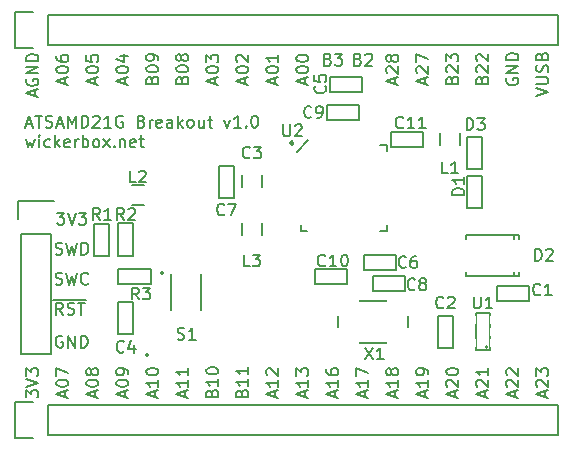
<source format=gto>
%TF.GenerationSoftware,KiCad,Pcbnew,4.0.5-e0-6337~49~ubuntu16.04.1*%
%TF.CreationDate,2017-08-14T14:58:42-07:00*%
%TF.ProjectId,atsamd21g18-breakout,617473616D6432316731382D62726561,1.0*%
%TF.FileFunction,Legend,Top*%
%FSLAX46Y46*%
G04 Gerber Fmt 4.6, Leading zero omitted, Abs format (unit mm)*
G04 Created by KiCad (PCBNEW 4.0.5-e0-6337~49~ubuntu16.04.1) date Mon Aug 14 14:58:42 2017*
%MOMM*%
%LPD*%
G01*
G04 APERTURE LIST*
%ADD10C,0.350000*%
%ADD11C,0.152400*%
%ADD12C,0.150000*%
%ADD13C,0.200000*%
%ADD14R,1.502400X0.552400*%
%ADD15R,1.552400X1.752400*%
%ADD16C,1.352400*%
%ADD17R,2.052400X2.052400*%
%ADD18R,0.952400X0.902400*%
%ADD19R,0.902400X0.952400*%
%ADD20R,1.402400X1.152400*%
%ADD21R,2.651760X1.953260*%
%ADD22R,1.152400X1.402400*%
%ADD23R,1.852400X0.952400*%
%ADD24R,1.452400X0.402400*%
%ADD25R,0.402400X1.452400*%
%ADD26R,2.057400X1.549400*%
%ADD27R,1.152400X0.752400*%
%ADD28R,1.879600X2.184400*%
%ADD29O,1.879600X2.184400*%
%ADD30R,2.184400X1.879600*%
%ADD31O,2.184400X1.879600*%
G04 APERTURE END LIST*
D10*
D11*
X24576314Y-55524400D02*
X24479552Y-55476019D01*
X24334409Y-55476019D01*
X24189267Y-55524400D01*
X24092505Y-55621162D01*
X24044124Y-55717924D01*
X23995743Y-55911448D01*
X23995743Y-56056590D01*
X24044124Y-56250114D01*
X24092505Y-56346876D01*
X24189267Y-56443638D01*
X24334409Y-56492019D01*
X24431171Y-56492019D01*
X24576314Y-56443638D01*
X24624695Y-56395257D01*
X24624695Y-56056590D01*
X24431171Y-56056590D01*
X25060124Y-56492019D02*
X25060124Y-55476019D01*
X25640695Y-56492019D01*
X25640695Y-55476019D01*
X26124505Y-56492019D02*
X26124505Y-55476019D01*
X26366410Y-55476019D01*
X26511552Y-55524400D01*
X26608314Y-55621162D01*
X26656695Y-55717924D01*
X26705076Y-55911448D01*
X26705076Y-56056590D01*
X26656695Y-56250114D01*
X26608314Y-56346876D01*
X26511552Y-56443638D01*
X26366410Y-56492019D01*
X26124505Y-56492019D01*
X24624695Y-53698019D02*
X24286029Y-53214210D01*
X24044124Y-53698019D02*
X24044124Y-52682019D01*
X24431171Y-52682019D01*
X24527933Y-52730400D01*
X24576314Y-52778781D01*
X24624695Y-52875543D01*
X24624695Y-53020686D01*
X24576314Y-53117448D01*
X24527933Y-53165829D01*
X24431171Y-53214210D01*
X24044124Y-53214210D01*
X25011743Y-53649638D02*
X25156886Y-53698019D01*
X25398790Y-53698019D01*
X25495552Y-53649638D01*
X25543933Y-53601257D01*
X25592314Y-53504495D01*
X25592314Y-53407733D01*
X25543933Y-53310971D01*
X25495552Y-53262590D01*
X25398790Y-53214210D01*
X25205267Y-53165829D01*
X25108505Y-53117448D01*
X25060124Y-53069067D01*
X25011743Y-52972305D01*
X25011743Y-52875543D01*
X25060124Y-52778781D01*
X25108505Y-52730400D01*
X25205267Y-52682019D01*
X25447171Y-52682019D01*
X25592314Y-52730400D01*
X25882600Y-52682019D02*
X26463171Y-52682019D01*
X26172886Y-53698019D02*
X26172886Y-52682019D01*
X23802219Y-52506880D02*
X26559933Y-52506880D01*
X23995743Y-51109638D02*
X24140886Y-51158019D01*
X24382790Y-51158019D01*
X24479552Y-51109638D01*
X24527933Y-51061257D01*
X24576314Y-50964495D01*
X24576314Y-50867733D01*
X24527933Y-50770971D01*
X24479552Y-50722590D01*
X24382790Y-50674210D01*
X24189267Y-50625829D01*
X24092505Y-50577448D01*
X24044124Y-50529067D01*
X23995743Y-50432305D01*
X23995743Y-50335543D01*
X24044124Y-50238781D01*
X24092505Y-50190400D01*
X24189267Y-50142019D01*
X24431171Y-50142019D01*
X24576314Y-50190400D01*
X24914981Y-50142019D02*
X25156886Y-51158019D01*
X25350409Y-50432305D01*
X25543933Y-51158019D01*
X25785838Y-50142019D01*
X26753457Y-51061257D02*
X26705076Y-51109638D01*
X26559933Y-51158019D01*
X26463171Y-51158019D01*
X26318029Y-51109638D01*
X26221267Y-51012876D01*
X26172886Y-50916114D01*
X26124505Y-50722590D01*
X26124505Y-50577448D01*
X26172886Y-50383924D01*
X26221267Y-50287162D01*
X26318029Y-50190400D01*
X26463171Y-50142019D01*
X26559933Y-50142019D01*
X26705076Y-50190400D01*
X26753457Y-50238781D01*
X23995743Y-48569638D02*
X24140886Y-48618019D01*
X24382790Y-48618019D01*
X24479552Y-48569638D01*
X24527933Y-48521257D01*
X24576314Y-48424495D01*
X24576314Y-48327733D01*
X24527933Y-48230971D01*
X24479552Y-48182590D01*
X24382790Y-48134210D01*
X24189267Y-48085829D01*
X24092505Y-48037448D01*
X24044124Y-47989067D01*
X23995743Y-47892305D01*
X23995743Y-47795543D01*
X24044124Y-47698781D01*
X24092505Y-47650400D01*
X24189267Y-47602019D01*
X24431171Y-47602019D01*
X24576314Y-47650400D01*
X24914981Y-47602019D02*
X25156886Y-48618019D01*
X25350409Y-47892305D01*
X25543933Y-48618019D01*
X25785838Y-47602019D01*
X26172886Y-48618019D02*
X26172886Y-47602019D01*
X26414791Y-47602019D01*
X26559933Y-47650400D01*
X26656695Y-47747162D01*
X26705076Y-47843924D01*
X26753457Y-48037448D01*
X26753457Y-48182590D01*
X26705076Y-48376114D01*
X26656695Y-48472876D01*
X26559933Y-48569638D01*
X26414791Y-48618019D01*
X26172886Y-48618019D01*
X24116696Y-45062019D02*
X24745648Y-45062019D01*
X24406982Y-45449067D01*
X24552124Y-45449067D01*
X24648886Y-45497448D01*
X24697267Y-45545829D01*
X24745648Y-45642590D01*
X24745648Y-45884495D01*
X24697267Y-45981257D01*
X24648886Y-46029638D01*
X24552124Y-46078019D01*
X24261839Y-46078019D01*
X24165077Y-46029638D01*
X24116696Y-45981257D01*
X25035934Y-45062019D02*
X25374601Y-46078019D01*
X25713267Y-45062019D01*
X25955172Y-45062019D02*
X26584124Y-45062019D01*
X26245458Y-45449067D01*
X26390600Y-45449067D01*
X26487362Y-45497448D01*
X26535743Y-45545829D01*
X26584124Y-45642590D01*
X26584124Y-45884495D01*
X26535743Y-45981257D01*
X26487362Y-46029638D01*
X26390600Y-46078019D01*
X26100315Y-46078019D01*
X26003553Y-46029638D01*
X25955172Y-45981257D01*
X65421933Y-60670923D02*
X65421933Y-60187114D01*
X65712219Y-60767685D02*
X64696219Y-60429018D01*
X65712219Y-60090352D01*
X64792981Y-59800066D02*
X64744600Y-59751685D01*
X64696219Y-59654923D01*
X64696219Y-59413019D01*
X64744600Y-59316257D01*
X64792981Y-59267876D01*
X64889743Y-59219495D01*
X64986505Y-59219495D01*
X65131648Y-59267876D01*
X65712219Y-59848447D01*
X65712219Y-59219495D01*
X64696219Y-58880828D02*
X64696219Y-58251876D01*
X65083267Y-58590542D01*
X65083267Y-58445400D01*
X65131648Y-58348638D01*
X65180029Y-58300257D01*
X65276790Y-58251876D01*
X65518695Y-58251876D01*
X65615457Y-58300257D01*
X65663838Y-58348638D01*
X65712219Y-58445400D01*
X65712219Y-58735685D01*
X65663838Y-58832447D01*
X65615457Y-58880828D01*
X62881933Y-60670923D02*
X62881933Y-60187114D01*
X63172219Y-60767685D02*
X62156219Y-60429018D01*
X63172219Y-60090352D01*
X62252981Y-59800066D02*
X62204600Y-59751685D01*
X62156219Y-59654923D01*
X62156219Y-59413019D01*
X62204600Y-59316257D01*
X62252981Y-59267876D01*
X62349743Y-59219495D01*
X62446505Y-59219495D01*
X62591648Y-59267876D01*
X63172219Y-59848447D01*
X63172219Y-59219495D01*
X62252981Y-58832447D02*
X62204600Y-58784066D01*
X62156219Y-58687304D01*
X62156219Y-58445400D01*
X62204600Y-58348638D01*
X62252981Y-58300257D01*
X62349743Y-58251876D01*
X62446505Y-58251876D01*
X62591648Y-58300257D01*
X63172219Y-58880828D01*
X63172219Y-58251876D01*
X60341933Y-60670923D02*
X60341933Y-60187114D01*
X60632219Y-60767685D02*
X59616219Y-60429018D01*
X60632219Y-60090352D01*
X59712981Y-59800066D02*
X59664600Y-59751685D01*
X59616219Y-59654923D01*
X59616219Y-59413019D01*
X59664600Y-59316257D01*
X59712981Y-59267876D01*
X59809743Y-59219495D01*
X59906505Y-59219495D01*
X60051648Y-59267876D01*
X60632219Y-59848447D01*
X60632219Y-59219495D01*
X60632219Y-58251876D02*
X60632219Y-58832447D01*
X60632219Y-58542161D02*
X59616219Y-58542161D01*
X59761362Y-58638923D01*
X59858124Y-58735685D01*
X59906505Y-58832447D01*
X57801933Y-60670923D02*
X57801933Y-60187114D01*
X58092219Y-60767685D02*
X57076219Y-60429018D01*
X58092219Y-60090352D01*
X57172981Y-59800066D02*
X57124600Y-59751685D01*
X57076219Y-59654923D01*
X57076219Y-59413019D01*
X57124600Y-59316257D01*
X57172981Y-59267876D01*
X57269743Y-59219495D01*
X57366505Y-59219495D01*
X57511648Y-59267876D01*
X58092219Y-59848447D01*
X58092219Y-59219495D01*
X57076219Y-58590542D02*
X57076219Y-58493781D01*
X57124600Y-58397019D01*
X57172981Y-58348638D01*
X57269743Y-58300257D01*
X57463267Y-58251876D01*
X57705171Y-58251876D01*
X57898695Y-58300257D01*
X57995457Y-58348638D01*
X58043838Y-58397019D01*
X58092219Y-58493781D01*
X58092219Y-58590542D01*
X58043838Y-58687304D01*
X57995457Y-58735685D01*
X57898695Y-58784066D01*
X57705171Y-58832447D01*
X57463267Y-58832447D01*
X57269743Y-58784066D01*
X57172981Y-58735685D01*
X57124600Y-58687304D01*
X57076219Y-58590542D01*
X55261933Y-60670923D02*
X55261933Y-60187114D01*
X55552219Y-60767685D02*
X54536219Y-60429018D01*
X55552219Y-60090352D01*
X55552219Y-59219495D02*
X55552219Y-59800066D01*
X55552219Y-59509780D02*
X54536219Y-59509780D01*
X54681362Y-59606542D01*
X54778124Y-59703304D01*
X54826505Y-59800066D01*
X55552219Y-58735685D02*
X55552219Y-58542161D01*
X55503838Y-58445400D01*
X55455457Y-58397019D01*
X55310314Y-58300257D01*
X55116790Y-58251876D01*
X54729743Y-58251876D01*
X54632981Y-58300257D01*
X54584600Y-58348638D01*
X54536219Y-58445400D01*
X54536219Y-58638923D01*
X54584600Y-58735685D01*
X54632981Y-58784066D01*
X54729743Y-58832447D01*
X54971648Y-58832447D01*
X55068410Y-58784066D01*
X55116790Y-58735685D01*
X55165171Y-58638923D01*
X55165171Y-58445400D01*
X55116790Y-58348638D01*
X55068410Y-58300257D01*
X54971648Y-58251876D01*
X52721933Y-60670923D02*
X52721933Y-60187114D01*
X53012219Y-60767685D02*
X51996219Y-60429018D01*
X53012219Y-60090352D01*
X53012219Y-59219495D02*
X53012219Y-59800066D01*
X53012219Y-59509780D02*
X51996219Y-59509780D01*
X52141362Y-59606542D01*
X52238124Y-59703304D01*
X52286505Y-59800066D01*
X52431648Y-58638923D02*
X52383267Y-58735685D01*
X52334886Y-58784066D01*
X52238124Y-58832447D01*
X52189743Y-58832447D01*
X52092981Y-58784066D01*
X52044600Y-58735685D01*
X51996219Y-58638923D01*
X51996219Y-58445400D01*
X52044600Y-58348638D01*
X52092981Y-58300257D01*
X52189743Y-58251876D01*
X52238124Y-58251876D01*
X52334886Y-58300257D01*
X52383267Y-58348638D01*
X52431648Y-58445400D01*
X52431648Y-58638923D01*
X52480029Y-58735685D01*
X52528410Y-58784066D01*
X52625171Y-58832447D01*
X52818695Y-58832447D01*
X52915457Y-58784066D01*
X52963838Y-58735685D01*
X53012219Y-58638923D01*
X53012219Y-58445400D01*
X52963838Y-58348638D01*
X52915457Y-58300257D01*
X52818695Y-58251876D01*
X52625171Y-58251876D01*
X52528410Y-58300257D01*
X52480029Y-58348638D01*
X52431648Y-58445400D01*
X50181933Y-60670923D02*
X50181933Y-60187114D01*
X50472219Y-60767685D02*
X49456219Y-60429018D01*
X50472219Y-60090352D01*
X50472219Y-59219495D02*
X50472219Y-59800066D01*
X50472219Y-59509780D02*
X49456219Y-59509780D01*
X49601362Y-59606542D01*
X49698124Y-59703304D01*
X49746505Y-59800066D01*
X49456219Y-58880828D02*
X49456219Y-58203495D01*
X50472219Y-58638923D01*
X47641933Y-60670923D02*
X47641933Y-60187114D01*
X47932219Y-60767685D02*
X46916219Y-60429018D01*
X47932219Y-60090352D01*
X47932219Y-59219495D02*
X47932219Y-59800066D01*
X47932219Y-59509780D02*
X46916219Y-59509780D01*
X47061362Y-59606542D01*
X47158124Y-59703304D01*
X47206505Y-59800066D01*
X46916219Y-58348638D02*
X46916219Y-58542161D01*
X46964600Y-58638923D01*
X47012981Y-58687304D01*
X47158124Y-58784066D01*
X47351648Y-58832447D01*
X47738695Y-58832447D01*
X47835457Y-58784066D01*
X47883838Y-58735685D01*
X47932219Y-58638923D01*
X47932219Y-58445400D01*
X47883838Y-58348638D01*
X47835457Y-58300257D01*
X47738695Y-58251876D01*
X47496790Y-58251876D01*
X47400029Y-58300257D01*
X47351648Y-58348638D01*
X47303267Y-58445400D01*
X47303267Y-58638923D01*
X47351648Y-58735685D01*
X47400029Y-58784066D01*
X47496790Y-58832447D01*
X45101933Y-60670923D02*
X45101933Y-60187114D01*
X45392219Y-60767685D02*
X44376219Y-60429018D01*
X45392219Y-60090352D01*
X45392219Y-59219495D02*
X45392219Y-59800066D01*
X45392219Y-59509780D02*
X44376219Y-59509780D01*
X44521362Y-59606542D01*
X44618124Y-59703304D01*
X44666505Y-59800066D01*
X44376219Y-58880828D02*
X44376219Y-58251876D01*
X44763267Y-58590542D01*
X44763267Y-58445400D01*
X44811648Y-58348638D01*
X44860029Y-58300257D01*
X44956790Y-58251876D01*
X45198695Y-58251876D01*
X45295457Y-58300257D01*
X45343838Y-58348638D01*
X45392219Y-58445400D01*
X45392219Y-58735685D01*
X45343838Y-58832447D01*
X45295457Y-58880828D01*
X42561933Y-60670923D02*
X42561933Y-60187114D01*
X42852219Y-60767685D02*
X41836219Y-60429018D01*
X42852219Y-60090352D01*
X42852219Y-59219495D02*
X42852219Y-59800066D01*
X42852219Y-59509780D02*
X41836219Y-59509780D01*
X41981362Y-59606542D01*
X42078124Y-59703304D01*
X42126505Y-59800066D01*
X41932981Y-58832447D02*
X41884600Y-58784066D01*
X41836219Y-58687304D01*
X41836219Y-58445400D01*
X41884600Y-58348638D01*
X41932981Y-58300257D01*
X42029743Y-58251876D01*
X42126505Y-58251876D01*
X42271648Y-58300257D01*
X42852219Y-58880828D01*
X42852219Y-58251876D01*
X39780029Y-60356448D02*
X39828410Y-60211305D01*
X39876790Y-60162924D01*
X39973552Y-60114543D01*
X40118695Y-60114543D01*
X40215457Y-60162924D01*
X40263838Y-60211305D01*
X40312219Y-60308067D01*
X40312219Y-60695114D01*
X39296219Y-60695114D01*
X39296219Y-60356448D01*
X39344600Y-60259686D01*
X39392981Y-60211305D01*
X39489743Y-60162924D01*
X39586505Y-60162924D01*
X39683267Y-60211305D01*
X39731648Y-60259686D01*
X39780029Y-60356448D01*
X39780029Y-60695114D01*
X40312219Y-59146924D02*
X40312219Y-59727495D01*
X40312219Y-59437209D02*
X39296219Y-59437209D01*
X39441362Y-59533971D01*
X39538124Y-59630733D01*
X39586505Y-59727495D01*
X40312219Y-58179305D02*
X40312219Y-58759876D01*
X40312219Y-58469590D02*
X39296219Y-58469590D01*
X39441362Y-58566352D01*
X39538124Y-58663114D01*
X39586505Y-58759876D01*
X37240029Y-60356448D02*
X37288410Y-60211305D01*
X37336790Y-60162924D01*
X37433552Y-60114543D01*
X37578695Y-60114543D01*
X37675457Y-60162924D01*
X37723838Y-60211305D01*
X37772219Y-60308067D01*
X37772219Y-60695114D01*
X36756219Y-60695114D01*
X36756219Y-60356448D01*
X36804600Y-60259686D01*
X36852981Y-60211305D01*
X36949743Y-60162924D01*
X37046505Y-60162924D01*
X37143267Y-60211305D01*
X37191648Y-60259686D01*
X37240029Y-60356448D01*
X37240029Y-60695114D01*
X37772219Y-59146924D02*
X37772219Y-59727495D01*
X37772219Y-59437209D02*
X36756219Y-59437209D01*
X36901362Y-59533971D01*
X36998124Y-59630733D01*
X37046505Y-59727495D01*
X36756219Y-58517971D02*
X36756219Y-58421210D01*
X36804600Y-58324448D01*
X36852981Y-58276067D01*
X36949743Y-58227686D01*
X37143267Y-58179305D01*
X37385171Y-58179305D01*
X37578695Y-58227686D01*
X37675457Y-58276067D01*
X37723838Y-58324448D01*
X37772219Y-58421210D01*
X37772219Y-58517971D01*
X37723838Y-58614733D01*
X37675457Y-58663114D01*
X37578695Y-58711495D01*
X37385171Y-58759876D01*
X37143267Y-58759876D01*
X36949743Y-58711495D01*
X36852981Y-58663114D01*
X36804600Y-58614733D01*
X36756219Y-58517971D01*
X34941933Y-60670923D02*
X34941933Y-60187114D01*
X35232219Y-60767685D02*
X34216219Y-60429018D01*
X35232219Y-60090352D01*
X35232219Y-59219495D02*
X35232219Y-59800066D01*
X35232219Y-59509780D02*
X34216219Y-59509780D01*
X34361362Y-59606542D01*
X34458124Y-59703304D01*
X34506505Y-59800066D01*
X35232219Y-58251876D02*
X35232219Y-58832447D01*
X35232219Y-58542161D02*
X34216219Y-58542161D01*
X34361362Y-58638923D01*
X34458124Y-58735685D01*
X34506505Y-58832447D01*
X32401933Y-60670923D02*
X32401933Y-60187114D01*
X32692219Y-60767685D02*
X31676219Y-60429018D01*
X32692219Y-60090352D01*
X32692219Y-59219495D02*
X32692219Y-59800066D01*
X32692219Y-59509780D02*
X31676219Y-59509780D01*
X31821362Y-59606542D01*
X31918124Y-59703304D01*
X31966505Y-59800066D01*
X31676219Y-58590542D02*
X31676219Y-58493781D01*
X31724600Y-58397019D01*
X31772981Y-58348638D01*
X31869743Y-58300257D01*
X32063267Y-58251876D01*
X32305171Y-58251876D01*
X32498695Y-58300257D01*
X32595457Y-58348638D01*
X32643838Y-58397019D01*
X32692219Y-58493781D01*
X32692219Y-58590542D01*
X32643838Y-58687304D01*
X32595457Y-58735685D01*
X32498695Y-58784066D01*
X32305171Y-58832447D01*
X32063267Y-58832447D01*
X31869743Y-58784066D01*
X31772981Y-58735685D01*
X31724600Y-58687304D01*
X31676219Y-58590542D01*
X29861933Y-60670923D02*
X29861933Y-60187114D01*
X30152219Y-60767685D02*
X29136219Y-60429018D01*
X30152219Y-60090352D01*
X29136219Y-59558161D02*
X29136219Y-59461400D01*
X29184600Y-59364638D01*
X29232981Y-59316257D01*
X29329743Y-59267876D01*
X29523267Y-59219495D01*
X29765171Y-59219495D01*
X29958695Y-59267876D01*
X30055457Y-59316257D01*
X30103838Y-59364638D01*
X30152219Y-59461400D01*
X30152219Y-59558161D01*
X30103838Y-59654923D01*
X30055457Y-59703304D01*
X29958695Y-59751685D01*
X29765171Y-59800066D01*
X29523267Y-59800066D01*
X29329743Y-59751685D01*
X29232981Y-59703304D01*
X29184600Y-59654923D01*
X29136219Y-59558161D01*
X30152219Y-58735685D02*
X30152219Y-58542161D01*
X30103838Y-58445400D01*
X30055457Y-58397019D01*
X29910314Y-58300257D01*
X29716790Y-58251876D01*
X29329743Y-58251876D01*
X29232981Y-58300257D01*
X29184600Y-58348638D01*
X29136219Y-58445400D01*
X29136219Y-58638923D01*
X29184600Y-58735685D01*
X29232981Y-58784066D01*
X29329743Y-58832447D01*
X29571648Y-58832447D01*
X29668410Y-58784066D01*
X29716790Y-58735685D01*
X29765171Y-58638923D01*
X29765171Y-58445400D01*
X29716790Y-58348638D01*
X29668410Y-58300257D01*
X29571648Y-58251876D01*
X27321933Y-60670923D02*
X27321933Y-60187114D01*
X27612219Y-60767685D02*
X26596219Y-60429018D01*
X27612219Y-60090352D01*
X26596219Y-59558161D02*
X26596219Y-59461400D01*
X26644600Y-59364638D01*
X26692981Y-59316257D01*
X26789743Y-59267876D01*
X26983267Y-59219495D01*
X27225171Y-59219495D01*
X27418695Y-59267876D01*
X27515457Y-59316257D01*
X27563838Y-59364638D01*
X27612219Y-59461400D01*
X27612219Y-59558161D01*
X27563838Y-59654923D01*
X27515457Y-59703304D01*
X27418695Y-59751685D01*
X27225171Y-59800066D01*
X26983267Y-59800066D01*
X26789743Y-59751685D01*
X26692981Y-59703304D01*
X26644600Y-59654923D01*
X26596219Y-59558161D01*
X27031648Y-58638923D02*
X26983267Y-58735685D01*
X26934886Y-58784066D01*
X26838124Y-58832447D01*
X26789743Y-58832447D01*
X26692981Y-58784066D01*
X26644600Y-58735685D01*
X26596219Y-58638923D01*
X26596219Y-58445400D01*
X26644600Y-58348638D01*
X26692981Y-58300257D01*
X26789743Y-58251876D01*
X26838124Y-58251876D01*
X26934886Y-58300257D01*
X26983267Y-58348638D01*
X27031648Y-58445400D01*
X27031648Y-58638923D01*
X27080029Y-58735685D01*
X27128410Y-58784066D01*
X27225171Y-58832447D01*
X27418695Y-58832447D01*
X27515457Y-58784066D01*
X27563838Y-58735685D01*
X27612219Y-58638923D01*
X27612219Y-58445400D01*
X27563838Y-58348638D01*
X27515457Y-58300257D01*
X27418695Y-58251876D01*
X27225171Y-58251876D01*
X27128410Y-58300257D01*
X27080029Y-58348638D01*
X27031648Y-58445400D01*
X24781933Y-60670923D02*
X24781933Y-60187114D01*
X25072219Y-60767685D02*
X24056219Y-60429018D01*
X25072219Y-60090352D01*
X24056219Y-59558161D02*
X24056219Y-59461400D01*
X24104600Y-59364638D01*
X24152981Y-59316257D01*
X24249743Y-59267876D01*
X24443267Y-59219495D01*
X24685171Y-59219495D01*
X24878695Y-59267876D01*
X24975457Y-59316257D01*
X25023838Y-59364638D01*
X25072219Y-59461400D01*
X25072219Y-59558161D01*
X25023838Y-59654923D01*
X24975457Y-59703304D01*
X24878695Y-59751685D01*
X24685171Y-59800066D01*
X24443267Y-59800066D01*
X24249743Y-59751685D01*
X24152981Y-59703304D01*
X24104600Y-59654923D01*
X24056219Y-59558161D01*
X24056219Y-58880828D02*
X24056219Y-58203495D01*
X25072219Y-58638923D01*
X21516219Y-60719304D02*
X21516219Y-60090352D01*
X21903267Y-60429018D01*
X21903267Y-60283876D01*
X21951648Y-60187114D01*
X22000029Y-60138733D01*
X22096790Y-60090352D01*
X22338695Y-60090352D01*
X22435457Y-60138733D01*
X22483838Y-60187114D01*
X22532219Y-60283876D01*
X22532219Y-60574161D01*
X22483838Y-60670923D01*
X22435457Y-60719304D01*
X21516219Y-59800066D02*
X22532219Y-59461399D01*
X21516219Y-59122733D01*
X21516219Y-58880828D02*
X21516219Y-58251876D01*
X21903267Y-58590542D01*
X21903267Y-58445400D01*
X21951648Y-58348638D01*
X22000029Y-58300257D01*
X22096790Y-58251876D01*
X22338695Y-58251876D01*
X22435457Y-58300257D01*
X22483838Y-58348638D01*
X22532219Y-58445400D01*
X22532219Y-58735685D01*
X22483838Y-58832447D01*
X22435457Y-58880828D01*
X22241933Y-35216495D02*
X22241933Y-34732686D01*
X22532219Y-35313257D02*
X21516219Y-34974590D01*
X22532219Y-34635924D01*
X21564600Y-33765067D02*
X21516219Y-33861829D01*
X21516219Y-34006972D01*
X21564600Y-34152114D01*
X21661362Y-34248876D01*
X21758124Y-34297257D01*
X21951648Y-34345638D01*
X22096790Y-34345638D01*
X22290314Y-34297257D01*
X22387076Y-34248876D01*
X22483838Y-34152114D01*
X22532219Y-34006972D01*
X22532219Y-33910210D01*
X22483838Y-33765067D01*
X22435457Y-33716686D01*
X22096790Y-33716686D01*
X22096790Y-33910210D01*
X22532219Y-33281257D02*
X21516219Y-33281257D01*
X22532219Y-32700686D01*
X21516219Y-32700686D01*
X22532219Y-32216876D02*
X21516219Y-32216876D01*
X21516219Y-31974971D01*
X21564600Y-31829829D01*
X21661362Y-31733067D01*
X21758124Y-31684686D01*
X21951648Y-31636305D01*
X22096790Y-31636305D01*
X22290314Y-31684686D01*
X22387076Y-31733067D01*
X22483838Y-31829829D01*
X22532219Y-31974971D01*
X22532219Y-32216876D01*
X64696219Y-35192304D02*
X65712219Y-34853637D01*
X64696219Y-34514971D01*
X64696219Y-34176304D02*
X65518695Y-34176304D01*
X65615457Y-34127923D01*
X65663838Y-34079542D01*
X65712219Y-33982780D01*
X65712219Y-33789257D01*
X65663838Y-33692495D01*
X65615457Y-33644114D01*
X65518695Y-33595733D01*
X64696219Y-33595733D01*
X65663838Y-33160304D02*
X65712219Y-33015161D01*
X65712219Y-32773257D01*
X65663838Y-32676495D01*
X65615457Y-32628114D01*
X65518695Y-32579733D01*
X65421933Y-32579733D01*
X65325171Y-32628114D01*
X65276790Y-32676495D01*
X65228410Y-32773257D01*
X65180029Y-32966780D01*
X65131648Y-33063542D01*
X65083267Y-33111923D01*
X64986505Y-33160304D01*
X64889743Y-33160304D01*
X64792981Y-33111923D01*
X64744600Y-33063542D01*
X64696219Y-32966780D01*
X64696219Y-32724876D01*
X64744600Y-32579733D01*
X65180029Y-31805638D02*
X65228410Y-31660495D01*
X65276790Y-31612114D01*
X65373552Y-31563733D01*
X65518695Y-31563733D01*
X65615457Y-31612114D01*
X65663838Y-31660495D01*
X65712219Y-31757257D01*
X65712219Y-32144304D01*
X64696219Y-32144304D01*
X64696219Y-31805638D01*
X64744600Y-31708876D01*
X64792981Y-31660495D01*
X64889743Y-31612114D01*
X64986505Y-31612114D01*
X65083267Y-31660495D01*
X65131648Y-31708876D01*
X65180029Y-31805638D01*
X65180029Y-32144304D01*
X62204600Y-33692495D02*
X62156219Y-33789257D01*
X62156219Y-33934400D01*
X62204600Y-34079542D01*
X62301362Y-34176304D01*
X62398124Y-34224685D01*
X62591648Y-34273066D01*
X62736790Y-34273066D01*
X62930314Y-34224685D01*
X63027076Y-34176304D01*
X63123838Y-34079542D01*
X63172219Y-33934400D01*
X63172219Y-33837638D01*
X63123838Y-33692495D01*
X63075457Y-33644114D01*
X62736790Y-33644114D01*
X62736790Y-33837638D01*
X63172219Y-33208685D02*
X62156219Y-33208685D01*
X63172219Y-32628114D01*
X62156219Y-32628114D01*
X63172219Y-32144304D02*
X62156219Y-32144304D01*
X62156219Y-31902399D01*
X62204600Y-31757257D01*
X62301362Y-31660495D01*
X62398124Y-31612114D01*
X62591648Y-31563733D01*
X62736790Y-31563733D01*
X62930314Y-31612114D01*
X63027076Y-31660495D01*
X63123838Y-31757257D01*
X63172219Y-31902399D01*
X63172219Y-32144304D01*
X60100029Y-33813448D02*
X60148410Y-33668305D01*
X60196790Y-33619924D01*
X60293552Y-33571543D01*
X60438695Y-33571543D01*
X60535457Y-33619924D01*
X60583838Y-33668305D01*
X60632219Y-33765067D01*
X60632219Y-34152114D01*
X59616219Y-34152114D01*
X59616219Y-33813448D01*
X59664600Y-33716686D01*
X59712981Y-33668305D01*
X59809743Y-33619924D01*
X59906505Y-33619924D01*
X60003267Y-33668305D01*
X60051648Y-33716686D01*
X60100029Y-33813448D01*
X60100029Y-34152114D01*
X59712981Y-33184495D02*
X59664600Y-33136114D01*
X59616219Y-33039352D01*
X59616219Y-32797448D01*
X59664600Y-32700686D01*
X59712981Y-32652305D01*
X59809743Y-32603924D01*
X59906505Y-32603924D01*
X60051648Y-32652305D01*
X60632219Y-33232876D01*
X60632219Y-32603924D01*
X59712981Y-32216876D02*
X59664600Y-32168495D01*
X59616219Y-32071733D01*
X59616219Y-31829829D01*
X59664600Y-31733067D01*
X59712981Y-31684686D01*
X59809743Y-31636305D01*
X59906505Y-31636305D01*
X60051648Y-31684686D01*
X60632219Y-32265257D01*
X60632219Y-31636305D01*
X57560029Y-33813448D02*
X57608410Y-33668305D01*
X57656790Y-33619924D01*
X57753552Y-33571543D01*
X57898695Y-33571543D01*
X57995457Y-33619924D01*
X58043838Y-33668305D01*
X58092219Y-33765067D01*
X58092219Y-34152114D01*
X57076219Y-34152114D01*
X57076219Y-33813448D01*
X57124600Y-33716686D01*
X57172981Y-33668305D01*
X57269743Y-33619924D01*
X57366505Y-33619924D01*
X57463267Y-33668305D01*
X57511648Y-33716686D01*
X57560029Y-33813448D01*
X57560029Y-34152114D01*
X57172981Y-33184495D02*
X57124600Y-33136114D01*
X57076219Y-33039352D01*
X57076219Y-32797448D01*
X57124600Y-32700686D01*
X57172981Y-32652305D01*
X57269743Y-32603924D01*
X57366505Y-32603924D01*
X57511648Y-32652305D01*
X58092219Y-33232876D01*
X58092219Y-32603924D01*
X57076219Y-32265257D02*
X57076219Y-31636305D01*
X57463267Y-31974971D01*
X57463267Y-31829829D01*
X57511648Y-31733067D01*
X57560029Y-31684686D01*
X57656790Y-31636305D01*
X57898695Y-31636305D01*
X57995457Y-31684686D01*
X58043838Y-31733067D01*
X58092219Y-31829829D01*
X58092219Y-32120114D01*
X58043838Y-32216876D01*
X57995457Y-32265257D01*
X55261933Y-34127923D02*
X55261933Y-33644114D01*
X55552219Y-34224685D02*
X54536219Y-33886018D01*
X55552219Y-33547352D01*
X54632981Y-33257066D02*
X54584600Y-33208685D01*
X54536219Y-33111923D01*
X54536219Y-32870019D01*
X54584600Y-32773257D01*
X54632981Y-32724876D01*
X54729743Y-32676495D01*
X54826505Y-32676495D01*
X54971648Y-32724876D01*
X55552219Y-33305447D01*
X55552219Y-32676495D01*
X54536219Y-32337828D02*
X54536219Y-31660495D01*
X55552219Y-32095923D01*
X52721933Y-34127923D02*
X52721933Y-33644114D01*
X53012219Y-34224685D02*
X51996219Y-33886018D01*
X53012219Y-33547352D01*
X52092981Y-33257066D02*
X52044600Y-33208685D01*
X51996219Y-33111923D01*
X51996219Y-32870019D01*
X52044600Y-32773257D01*
X52092981Y-32724876D01*
X52189743Y-32676495D01*
X52286505Y-32676495D01*
X52431648Y-32724876D01*
X53012219Y-33305447D01*
X53012219Y-32676495D01*
X52431648Y-32095923D02*
X52383267Y-32192685D01*
X52334886Y-32241066D01*
X52238124Y-32289447D01*
X52189743Y-32289447D01*
X52092981Y-32241066D01*
X52044600Y-32192685D01*
X51996219Y-32095923D01*
X51996219Y-31902400D01*
X52044600Y-31805638D01*
X52092981Y-31757257D01*
X52189743Y-31708876D01*
X52238124Y-31708876D01*
X52334886Y-31757257D01*
X52383267Y-31805638D01*
X52431648Y-31902400D01*
X52431648Y-32095923D01*
X52480029Y-32192685D01*
X52528410Y-32241066D01*
X52625171Y-32289447D01*
X52818695Y-32289447D01*
X52915457Y-32241066D01*
X52963838Y-32192685D01*
X53012219Y-32095923D01*
X53012219Y-31902400D01*
X52963838Y-31805638D01*
X52915457Y-31757257D01*
X52818695Y-31708876D01*
X52625171Y-31708876D01*
X52528410Y-31757257D01*
X52480029Y-31805638D01*
X52431648Y-31902400D01*
X49601362Y-32083829D02*
X49746505Y-32132210D01*
X49794886Y-32180590D01*
X49843267Y-32277352D01*
X49843267Y-32422495D01*
X49794886Y-32519257D01*
X49746505Y-32567638D01*
X49649743Y-32616019D01*
X49262696Y-32616019D01*
X49262696Y-31600019D01*
X49601362Y-31600019D01*
X49698124Y-31648400D01*
X49746505Y-31696781D01*
X49794886Y-31793543D01*
X49794886Y-31890305D01*
X49746505Y-31987067D01*
X49698124Y-32035448D01*
X49601362Y-32083829D01*
X49262696Y-32083829D01*
X50230315Y-31696781D02*
X50278696Y-31648400D01*
X50375458Y-31600019D01*
X50617362Y-31600019D01*
X50714124Y-31648400D01*
X50762505Y-31696781D01*
X50810886Y-31793543D01*
X50810886Y-31890305D01*
X50762505Y-32035448D01*
X50181934Y-32616019D01*
X50810886Y-32616019D01*
X47061362Y-32083829D02*
X47206505Y-32132210D01*
X47254886Y-32180590D01*
X47303267Y-32277352D01*
X47303267Y-32422495D01*
X47254886Y-32519257D01*
X47206505Y-32567638D01*
X47109743Y-32616019D01*
X46722696Y-32616019D01*
X46722696Y-31600019D01*
X47061362Y-31600019D01*
X47158124Y-31648400D01*
X47206505Y-31696781D01*
X47254886Y-31793543D01*
X47254886Y-31890305D01*
X47206505Y-31987067D01*
X47158124Y-32035448D01*
X47061362Y-32083829D01*
X46722696Y-32083829D01*
X47641934Y-31600019D02*
X48270886Y-31600019D01*
X47932220Y-31987067D01*
X48077362Y-31987067D01*
X48174124Y-32035448D01*
X48222505Y-32083829D01*
X48270886Y-32180590D01*
X48270886Y-32422495D01*
X48222505Y-32519257D01*
X48174124Y-32567638D01*
X48077362Y-32616019D01*
X47787077Y-32616019D01*
X47690315Y-32567638D01*
X47641934Y-32519257D01*
X45101933Y-34127923D02*
X45101933Y-33644114D01*
X45392219Y-34224685D02*
X44376219Y-33886018D01*
X45392219Y-33547352D01*
X44376219Y-33015161D02*
X44376219Y-32918400D01*
X44424600Y-32821638D01*
X44472981Y-32773257D01*
X44569743Y-32724876D01*
X44763267Y-32676495D01*
X45005171Y-32676495D01*
X45198695Y-32724876D01*
X45295457Y-32773257D01*
X45343838Y-32821638D01*
X45392219Y-32918400D01*
X45392219Y-33015161D01*
X45343838Y-33111923D01*
X45295457Y-33160304D01*
X45198695Y-33208685D01*
X45005171Y-33257066D01*
X44763267Y-33257066D01*
X44569743Y-33208685D01*
X44472981Y-33160304D01*
X44424600Y-33111923D01*
X44376219Y-33015161D01*
X44376219Y-32047542D02*
X44376219Y-31950781D01*
X44424600Y-31854019D01*
X44472981Y-31805638D01*
X44569743Y-31757257D01*
X44763267Y-31708876D01*
X45005171Y-31708876D01*
X45198695Y-31757257D01*
X45295457Y-31805638D01*
X45343838Y-31854019D01*
X45392219Y-31950781D01*
X45392219Y-32047542D01*
X45343838Y-32144304D01*
X45295457Y-32192685D01*
X45198695Y-32241066D01*
X45005171Y-32289447D01*
X44763267Y-32289447D01*
X44569743Y-32241066D01*
X44472981Y-32192685D01*
X44424600Y-32144304D01*
X44376219Y-32047542D01*
X42561933Y-34127923D02*
X42561933Y-33644114D01*
X42852219Y-34224685D02*
X41836219Y-33886018D01*
X42852219Y-33547352D01*
X41836219Y-33015161D02*
X41836219Y-32918400D01*
X41884600Y-32821638D01*
X41932981Y-32773257D01*
X42029743Y-32724876D01*
X42223267Y-32676495D01*
X42465171Y-32676495D01*
X42658695Y-32724876D01*
X42755457Y-32773257D01*
X42803838Y-32821638D01*
X42852219Y-32918400D01*
X42852219Y-33015161D01*
X42803838Y-33111923D01*
X42755457Y-33160304D01*
X42658695Y-33208685D01*
X42465171Y-33257066D01*
X42223267Y-33257066D01*
X42029743Y-33208685D01*
X41932981Y-33160304D01*
X41884600Y-33111923D01*
X41836219Y-33015161D01*
X42852219Y-31708876D02*
X42852219Y-32289447D01*
X42852219Y-31999161D02*
X41836219Y-31999161D01*
X41981362Y-32095923D01*
X42078124Y-32192685D01*
X42126505Y-32289447D01*
X40021933Y-34127923D02*
X40021933Y-33644114D01*
X40312219Y-34224685D02*
X39296219Y-33886018D01*
X40312219Y-33547352D01*
X39296219Y-33015161D02*
X39296219Y-32918400D01*
X39344600Y-32821638D01*
X39392981Y-32773257D01*
X39489743Y-32724876D01*
X39683267Y-32676495D01*
X39925171Y-32676495D01*
X40118695Y-32724876D01*
X40215457Y-32773257D01*
X40263838Y-32821638D01*
X40312219Y-32918400D01*
X40312219Y-33015161D01*
X40263838Y-33111923D01*
X40215457Y-33160304D01*
X40118695Y-33208685D01*
X39925171Y-33257066D01*
X39683267Y-33257066D01*
X39489743Y-33208685D01*
X39392981Y-33160304D01*
X39344600Y-33111923D01*
X39296219Y-33015161D01*
X39392981Y-32289447D02*
X39344600Y-32241066D01*
X39296219Y-32144304D01*
X39296219Y-31902400D01*
X39344600Y-31805638D01*
X39392981Y-31757257D01*
X39489743Y-31708876D01*
X39586505Y-31708876D01*
X39731648Y-31757257D01*
X40312219Y-32337828D01*
X40312219Y-31708876D01*
X37481933Y-34127923D02*
X37481933Y-33644114D01*
X37772219Y-34224685D02*
X36756219Y-33886018D01*
X37772219Y-33547352D01*
X36756219Y-33015161D02*
X36756219Y-32918400D01*
X36804600Y-32821638D01*
X36852981Y-32773257D01*
X36949743Y-32724876D01*
X37143267Y-32676495D01*
X37385171Y-32676495D01*
X37578695Y-32724876D01*
X37675457Y-32773257D01*
X37723838Y-32821638D01*
X37772219Y-32918400D01*
X37772219Y-33015161D01*
X37723838Y-33111923D01*
X37675457Y-33160304D01*
X37578695Y-33208685D01*
X37385171Y-33257066D01*
X37143267Y-33257066D01*
X36949743Y-33208685D01*
X36852981Y-33160304D01*
X36804600Y-33111923D01*
X36756219Y-33015161D01*
X36756219Y-32337828D02*
X36756219Y-31708876D01*
X37143267Y-32047542D01*
X37143267Y-31902400D01*
X37191648Y-31805638D01*
X37240029Y-31757257D01*
X37336790Y-31708876D01*
X37578695Y-31708876D01*
X37675457Y-31757257D01*
X37723838Y-31805638D01*
X37772219Y-31902400D01*
X37772219Y-32192685D01*
X37723838Y-32289447D01*
X37675457Y-32337828D01*
X34700029Y-33813448D02*
X34748410Y-33668305D01*
X34796790Y-33619924D01*
X34893552Y-33571543D01*
X35038695Y-33571543D01*
X35135457Y-33619924D01*
X35183838Y-33668305D01*
X35232219Y-33765067D01*
X35232219Y-34152114D01*
X34216219Y-34152114D01*
X34216219Y-33813448D01*
X34264600Y-33716686D01*
X34312981Y-33668305D01*
X34409743Y-33619924D01*
X34506505Y-33619924D01*
X34603267Y-33668305D01*
X34651648Y-33716686D01*
X34700029Y-33813448D01*
X34700029Y-34152114D01*
X34216219Y-32942590D02*
X34216219Y-32845829D01*
X34264600Y-32749067D01*
X34312981Y-32700686D01*
X34409743Y-32652305D01*
X34603267Y-32603924D01*
X34845171Y-32603924D01*
X35038695Y-32652305D01*
X35135457Y-32700686D01*
X35183838Y-32749067D01*
X35232219Y-32845829D01*
X35232219Y-32942590D01*
X35183838Y-33039352D01*
X35135457Y-33087733D01*
X35038695Y-33136114D01*
X34845171Y-33184495D01*
X34603267Y-33184495D01*
X34409743Y-33136114D01*
X34312981Y-33087733D01*
X34264600Y-33039352D01*
X34216219Y-32942590D01*
X34651648Y-32023352D02*
X34603267Y-32120114D01*
X34554886Y-32168495D01*
X34458124Y-32216876D01*
X34409743Y-32216876D01*
X34312981Y-32168495D01*
X34264600Y-32120114D01*
X34216219Y-32023352D01*
X34216219Y-31829829D01*
X34264600Y-31733067D01*
X34312981Y-31684686D01*
X34409743Y-31636305D01*
X34458124Y-31636305D01*
X34554886Y-31684686D01*
X34603267Y-31733067D01*
X34651648Y-31829829D01*
X34651648Y-32023352D01*
X34700029Y-32120114D01*
X34748410Y-32168495D01*
X34845171Y-32216876D01*
X35038695Y-32216876D01*
X35135457Y-32168495D01*
X35183838Y-32120114D01*
X35232219Y-32023352D01*
X35232219Y-31829829D01*
X35183838Y-31733067D01*
X35135457Y-31684686D01*
X35038695Y-31636305D01*
X34845171Y-31636305D01*
X34748410Y-31684686D01*
X34700029Y-31733067D01*
X34651648Y-31829829D01*
X32160029Y-33813448D02*
X32208410Y-33668305D01*
X32256790Y-33619924D01*
X32353552Y-33571543D01*
X32498695Y-33571543D01*
X32595457Y-33619924D01*
X32643838Y-33668305D01*
X32692219Y-33765067D01*
X32692219Y-34152114D01*
X31676219Y-34152114D01*
X31676219Y-33813448D01*
X31724600Y-33716686D01*
X31772981Y-33668305D01*
X31869743Y-33619924D01*
X31966505Y-33619924D01*
X32063267Y-33668305D01*
X32111648Y-33716686D01*
X32160029Y-33813448D01*
X32160029Y-34152114D01*
X31676219Y-32942590D02*
X31676219Y-32845829D01*
X31724600Y-32749067D01*
X31772981Y-32700686D01*
X31869743Y-32652305D01*
X32063267Y-32603924D01*
X32305171Y-32603924D01*
X32498695Y-32652305D01*
X32595457Y-32700686D01*
X32643838Y-32749067D01*
X32692219Y-32845829D01*
X32692219Y-32942590D01*
X32643838Y-33039352D01*
X32595457Y-33087733D01*
X32498695Y-33136114D01*
X32305171Y-33184495D01*
X32063267Y-33184495D01*
X31869743Y-33136114D01*
X31772981Y-33087733D01*
X31724600Y-33039352D01*
X31676219Y-32942590D01*
X32692219Y-32120114D02*
X32692219Y-31926590D01*
X32643838Y-31829829D01*
X32595457Y-31781448D01*
X32450314Y-31684686D01*
X32256790Y-31636305D01*
X31869743Y-31636305D01*
X31772981Y-31684686D01*
X31724600Y-31733067D01*
X31676219Y-31829829D01*
X31676219Y-32023352D01*
X31724600Y-32120114D01*
X31772981Y-32168495D01*
X31869743Y-32216876D01*
X32111648Y-32216876D01*
X32208410Y-32168495D01*
X32256790Y-32120114D01*
X32305171Y-32023352D01*
X32305171Y-31829829D01*
X32256790Y-31733067D01*
X32208410Y-31684686D01*
X32111648Y-31636305D01*
X29861933Y-34127923D02*
X29861933Y-33644114D01*
X30152219Y-34224685D02*
X29136219Y-33886018D01*
X30152219Y-33547352D01*
X29136219Y-33015161D02*
X29136219Y-32918400D01*
X29184600Y-32821638D01*
X29232981Y-32773257D01*
X29329743Y-32724876D01*
X29523267Y-32676495D01*
X29765171Y-32676495D01*
X29958695Y-32724876D01*
X30055457Y-32773257D01*
X30103838Y-32821638D01*
X30152219Y-32918400D01*
X30152219Y-33015161D01*
X30103838Y-33111923D01*
X30055457Y-33160304D01*
X29958695Y-33208685D01*
X29765171Y-33257066D01*
X29523267Y-33257066D01*
X29329743Y-33208685D01*
X29232981Y-33160304D01*
X29184600Y-33111923D01*
X29136219Y-33015161D01*
X29474886Y-31805638D02*
X30152219Y-31805638D01*
X29087838Y-32047542D02*
X29813552Y-32289447D01*
X29813552Y-31660495D01*
X27321933Y-34127923D02*
X27321933Y-33644114D01*
X27612219Y-34224685D02*
X26596219Y-33886018D01*
X27612219Y-33547352D01*
X26596219Y-33015161D02*
X26596219Y-32918400D01*
X26644600Y-32821638D01*
X26692981Y-32773257D01*
X26789743Y-32724876D01*
X26983267Y-32676495D01*
X27225171Y-32676495D01*
X27418695Y-32724876D01*
X27515457Y-32773257D01*
X27563838Y-32821638D01*
X27612219Y-32918400D01*
X27612219Y-33015161D01*
X27563838Y-33111923D01*
X27515457Y-33160304D01*
X27418695Y-33208685D01*
X27225171Y-33257066D01*
X26983267Y-33257066D01*
X26789743Y-33208685D01*
X26692981Y-33160304D01*
X26644600Y-33111923D01*
X26596219Y-33015161D01*
X26596219Y-31757257D02*
X26596219Y-32241066D01*
X27080029Y-32289447D01*
X27031648Y-32241066D01*
X26983267Y-32144304D01*
X26983267Y-31902400D01*
X27031648Y-31805638D01*
X27080029Y-31757257D01*
X27176790Y-31708876D01*
X27418695Y-31708876D01*
X27515457Y-31757257D01*
X27563838Y-31805638D01*
X27612219Y-31902400D01*
X27612219Y-32144304D01*
X27563838Y-32241066D01*
X27515457Y-32289447D01*
X24781933Y-34127923D02*
X24781933Y-33644114D01*
X25072219Y-34224685D02*
X24056219Y-33886018D01*
X25072219Y-33547352D01*
X24056219Y-33015161D02*
X24056219Y-32918400D01*
X24104600Y-32821638D01*
X24152981Y-32773257D01*
X24249743Y-32724876D01*
X24443267Y-32676495D01*
X24685171Y-32676495D01*
X24878695Y-32724876D01*
X24975457Y-32773257D01*
X25023838Y-32821638D01*
X25072219Y-32918400D01*
X25072219Y-33015161D01*
X25023838Y-33111923D01*
X24975457Y-33160304D01*
X24878695Y-33208685D01*
X24685171Y-33257066D01*
X24443267Y-33257066D01*
X24249743Y-33208685D01*
X24152981Y-33160304D01*
X24104600Y-33111923D01*
X24056219Y-33015161D01*
X24056219Y-31805638D02*
X24056219Y-31999161D01*
X24104600Y-32095923D01*
X24152981Y-32144304D01*
X24298124Y-32241066D01*
X24491648Y-32289447D01*
X24878695Y-32289447D01*
X24975457Y-32241066D01*
X25023838Y-32192685D01*
X25072219Y-32095923D01*
X25072219Y-31902400D01*
X25023838Y-31805638D01*
X24975457Y-31757257D01*
X24878695Y-31708876D01*
X24636790Y-31708876D01*
X24540029Y-31757257D01*
X24491648Y-31805638D01*
X24443267Y-31902400D01*
X24443267Y-32095923D01*
X24491648Y-32192685D01*
X24540029Y-32241066D01*
X24636790Y-32289447D01*
X21504124Y-37583533D02*
X21987933Y-37583533D01*
X21407362Y-37873819D02*
X21746029Y-36857819D01*
X22084695Y-37873819D01*
X22278219Y-36857819D02*
X22858790Y-36857819D01*
X22568505Y-37873819D02*
X22568505Y-36857819D01*
X23149076Y-37825438D02*
X23294219Y-37873819D01*
X23536123Y-37873819D01*
X23632885Y-37825438D01*
X23681266Y-37777057D01*
X23729647Y-37680295D01*
X23729647Y-37583533D01*
X23681266Y-37486771D01*
X23632885Y-37438390D01*
X23536123Y-37390010D01*
X23342600Y-37341629D01*
X23245838Y-37293248D01*
X23197457Y-37244867D01*
X23149076Y-37148105D01*
X23149076Y-37051343D01*
X23197457Y-36954581D01*
X23245838Y-36906200D01*
X23342600Y-36857819D01*
X23584504Y-36857819D01*
X23729647Y-36906200D01*
X24116695Y-37583533D02*
X24600504Y-37583533D01*
X24019933Y-37873819D02*
X24358600Y-36857819D01*
X24697266Y-37873819D01*
X25035933Y-37873819D02*
X25035933Y-36857819D01*
X25374599Y-37583533D01*
X25713266Y-36857819D01*
X25713266Y-37873819D01*
X26197076Y-37873819D02*
X26197076Y-36857819D01*
X26438981Y-36857819D01*
X26584123Y-36906200D01*
X26680885Y-37002962D01*
X26729266Y-37099724D01*
X26777647Y-37293248D01*
X26777647Y-37438390D01*
X26729266Y-37631914D01*
X26680885Y-37728676D01*
X26584123Y-37825438D01*
X26438981Y-37873819D01*
X26197076Y-37873819D01*
X27164695Y-36954581D02*
X27213076Y-36906200D01*
X27309838Y-36857819D01*
X27551742Y-36857819D01*
X27648504Y-36906200D01*
X27696885Y-36954581D01*
X27745266Y-37051343D01*
X27745266Y-37148105D01*
X27696885Y-37293248D01*
X27116314Y-37873819D01*
X27745266Y-37873819D01*
X28712885Y-37873819D02*
X28132314Y-37873819D01*
X28422600Y-37873819D02*
X28422600Y-36857819D01*
X28325838Y-37002962D01*
X28229076Y-37099724D01*
X28132314Y-37148105D01*
X29680504Y-36906200D02*
X29583742Y-36857819D01*
X29438599Y-36857819D01*
X29293457Y-36906200D01*
X29196695Y-37002962D01*
X29148314Y-37099724D01*
X29099933Y-37293248D01*
X29099933Y-37438390D01*
X29148314Y-37631914D01*
X29196695Y-37728676D01*
X29293457Y-37825438D01*
X29438599Y-37873819D01*
X29535361Y-37873819D01*
X29680504Y-37825438D01*
X29728885Y-37777057D01*
X29728885Y-37438390D01*
X29535361Y-37438390D01*
X31277075Y-37341629D02*
X31422218Y-37390010D01*
X31470599Y-37438390D01*
X31518980Y-37535152D01*
X31518980Y-37680295D01*
X31470599Y-37777057D01*
X31422218Y-37825438D01*
X31325456Y-37873819D01*
X30938409Y-37873819D01*
X30938409Y-36857819D01*
X31277075Y-36857819D01*
X31373837Y-36906200D01*
X31422218Y-36954581D01*
X31470599Y-37051343D01*
X31470599Y-37148105D01*
X31422218Y-37244867D01*
X31373837Y-37293248D01*
X31277075Y-37341629D01*
X30938409Y-37341629D01*
X31954409Y-37873819D02*
X31954409Y-37196486D01*
X31954409Y-37390010D02*
X32002790Y-37293248D01*
X32051171Y-37244867D01*
X32147933Y-37196486D01*
X32244694Y-37196486D01*
X32970408Y-37825438D02*
X32873646Y-37873819D01*
X32680123Y-37873819D01*
X32583361Y-37825438D01*
X32534980Y-37728676D01*
X32534980Y-37341629D01*
X32583361Y-37244867D01*
X32680123Y-37196486D01*
X32873646Y-37196486D01*
X32970408Y-37244867D01*
X33018789Y-37341629D01*
X33018789Y-37438390D01*
X32534980Y-37535152D01*
X33889646Y-37873819D02*
X33889646Y-37341629D01*
X33841265Y-37244867D01*
X33744503Y-37196486D01*
X33550980Y-37196486D01*
X33454218Y-37244867D01*
X33889646Y-37825438D02*
X33792884Y-37873819D01*
X33550980Y-37873819D01*
X33454218Y-37825438D01*
X33405837Y-37728676D01*
X33405837Y-37631914D01*
X33454218Y-37535152D01*
X33550980Y-37486771D01*
X33792884Y-37486771D01*
X33889646Y-37438390D01*
X34373456Y-37873819D02*
X34373456Y-36857819D01*
X34470218Y-37486771D02*
X34760503Y-37873819D01*
X34760503Y-37196486D02*
X34373456Y-37583533D01*
X35341075Y-37873819D02*
X35244313Y-37825438D01*
X35195932Y-37777057D01*
X35147551Y-37680295D01*
X35147551Y-37390010D01*
X35195932Y-37293248D01*
X35244313Y-37244867D01*
X35341075Y-37196486D01*
X35486217Y-37196486D01*
X35582979Y-37244867D01*
X35631360Y-37293248D01*
X35679741Y-37390010D01*
X35679741Y-37680295D01*
X35631360Y-37777057D01*
X35582979Y-37825438D01*
X35486217Y-37873819D01*
X35341075Y-37873819D01*
X36550598Y-37196486D02*
X36550598Y-37873819D01*
X36115170Y-37196486D02*
X36115170Y-37728676D01*
X36163551Y-37825438D01*
X36260313Y-37873819D01*
X36405455Y-37873819D01*
X36502217Y-37825438D01*
X36550598Y-37777057D01*
X36889265Y-37196486D02*
X37276313Y-37196486D01*
X37034408Y-36857819D02*
X37034408Y-37728676D01*
X37082789Y-37825438D01*
X37179551Y-37873819D01*
X37276313Y-37873819D01*
X38292312Y-37196486D02*
X38534217Y-37873819D01*
X38776121Y-37196486D01*
X39695359Y-37873819D02*
X39114788Y-37873819D01*
X39405074Y-37873819D02*
X39405074Y-36857819D01*
X39308312Y-37002962D01*
X39211550Y-37099724D01*
X39114788Y-37148105D01*
X40130788Y-37777057D02*
X40179169Y-37825438D01*
X40130788Y-37873819D01*
X40082407Y-37825438D01*
X40130788Y-37777057D01*
X40130788Y-37873819D01*
X40808122Y-36857819D02*
X40904883Y-36857819D01*
X41001645Y-36906200D01*
X41050026Y-36954581D01*
X41098407Y-37051343D01*
X41146788Y-37244867D01*
X41146788Y-37486771D01*
X41098407Y-37680295D01*
X41050026Y-37777057D01*
X41001645Y-37825438D01*
X40904883Y-37873819D01*
X40808122Y-37873819D01*
X40711360Y-37825438D01*
X40662979Y-37777057D01*
X40614598Y-37680295D01*
X40566217Y-37486771D01*
X40566217Y-37244867D01*
X40614598Y-37051343D01*
X40662979Y-36954581D01*
X40711360Y-36906200D01*
X40808122Y-36857819D01*
X21455743Y-38872886D02*
X21649267Y-39550219D01*
X21842790Y-39066410D01*
X22036314Y-39550219D01*
X22229838Y-38872886D01*
X22616886Y-39550219D02*
X22616886Y-38872886D01*
X22616886Y-38534219D02*
X22568505Y-38582600D01*
X22616886Y-38630981D01*
X22665267Y-38582600D01*
X22616886Y-38534219D01*
X22616886Y-38630981D01*
X23536124Y-39501838D02*
X23439362Y-39550219D01*
X23245839Y-39550219D01*
X23149077Y-39501838D01*
X23100696Y-39453457D01*
X23052315Y-39356695D01*
X23052315Y-39066410D01*
X23100696Y-38969648D01*
X23149077Y-38921267D01*
X23245839Y-38872886D01*
X23439362Y-38872886D01*
X23536124Y-38921267D01*
X23971553Y-39550219D02*
X23971553Y-38534219D01*
X24068315Y-39163171D02*
X24358600Y-39550219D01*
X24358600Y-38872886D02*
X23971553Y-39259933D01*
X25181076Y-39501838D02*
X25084314Y-39550219D01*
X24890791Y-39550219D01*
X24794029Y-39501838D01*
X24745648Y-39405076D01*
X24745648Y-39018029D01*
X24794029Y-38921267D01*
X24890791Y-38872886D01*
X25084314Y-38872886D01*
X25181076Y-38921267D01*
X25229457Y-39018029D01*
X25229457Y-39114790D01*
X24745648Y-39211552D01*
X25664886Y-39550219D02*
X25664886Y-38872886D01*
X25664886Y-39066410D02*
X25713267Y-38969648D01*
X25761648Y-38921267D01*
X25858410Y-38872886D01*
X25955171Y-38872886D01*
X26293838Y-39550219D02*
X26293838Y-38534219D01*
X26293838Y-38921267D02*
X26390600Y-38872886D01*
X26584123Y-38872886D01*
X26680885Y-38921267D01*
X26729266Y-38969648D01*
X26777647Y-39066410D01*
X26777647Y-39356695D01*
X26729266Y-39453457D01*
X26680885Y-39501838D01*
X26584123Y-39550219D01*
X26390600Y-39550219D01*
X26293838Y-39501838D01*
X27358219Y-39550219D02*
X27261457Y-39501838D01*
X27213076Y-39453457D01*
X27164695Y-39356695D01*
X27164695Y-39066410D01*
X27213076Y-38969648D01*
X27261457Y-38921267D01*
X27358219Y-38872886D01*
X27503361Y-38872886D01*
X27600123Y-38921267D01*
X27648504Y-38969648D01*
X27696885Y-39066410D01*
X27696885Y-39356695D01*
X27648504Y-39453457D01*
X27600123Y-39501838D01*
X27503361Y-39550219D01*
X27358219Y-39550219D01*
X28035552Y-39550219D02*
X28567742Y-38872886D01*
X28035552Y-38872886D02*
X28567742Y-39550219D01*
X28954790Y-39453457D02*
X29003171Y-39501838D01*
X28954790Y-39550219D01*
X28906409Y-39501838D01*
X28954790Y-39453457D01*
X28954790Y-39550219D01*
X29438600Y-38872886D02*
X29438600Y-39550219D01*
X29438600Y-38969648D02*
X29486981Y-38921267D01*
X29583743Y-38872886D01*
X29728885Y-38872886D01*
X29825647Y-38921267D01*
X29874028Y-39018029D01*
X29874028Y-39550219D01*
X30744885Y-39501838D02*
X30648123Y-39550219D01*
X30454600Y-39550219D01*
X30357838Y-39501838D01*
X30309457Y-39405076D01*
X30309457Y-39018029D01*
X30357838Y-38921267D01*
X30454600Y-38872886D01*
X30648123Y-38872886D01*
X30744885Y-38921267D01*
X30793266Y-39018029D01*
X30793266Y-39114790D01*
X30309457Y-39211552D01*
X31083552Y-38872886D02*
X31470600Y-38872886D01*
X31228695Y-38534219D02*
X31228695Y-39405076D01*
X31277076Y-39501838D01*
X31373838Y-39550219D01*
X31470600Y-39550219D01*
X61353000Y-51308000D02*
X61353000Y-52578000D01*
X64083500Y-51308000D02*
X64083500Y-52578000D01*
D12*
X61353000Y-51308000D02*
X64083500Y-51308000D01*
X64083500Y-52578000D02*
X61353000Y-52578000D01*
D11*
X56362600Y-56528400D02*
X57632600Y-56528400D01*
X56362600Y-53797900D02*
X57632600Y-53797900D01*
D12*
X56362600Y-56528400D02*
X56362600Y-53797900D01*
X57632600Y-53797900D02*
X57632600Y-56528400D01*
X39764600Y-41927400D02*
X39764600Y-42927400D01*
X41464600Y-42927400D02*
X41464600Y-41927400D01*
D11*
X30581600Y-52603400D02*
X29311600Y-52603400D01*
X30581600Y-55333900D02*
X29311600Y-55333900D01*
D12*
X30581600Y-52603400D02*
X30581600Y-55333900D01*
X29311600Y-55333900D02*
X29311600Y-52603400D01*
D11*
X50099600Y-48653200D02*
X50099600Y-49923200D01*
X52830100Y-48653200D02*
X52830100Y-49923200D01*
D12*
X50099600Y-48653200D02*
X52830100Y-48653200D01*
X52830100Y-49923200D02*
X50099600Y-49923200D01*
D11*
X37820600Y-43840400D02*
X39090600Y-43840400D01*
X37820600Y-41109900D02*
X39090600Y-41109900D01*
D12*
X37820600Y-43840400D02*
X37820600Y-41109900D01*
X39090600Y-41109900D02*
X39090600Y-43840400D01*
D11*
X50849600Y-50453200D02*
X50849600Y-51723200D01*
X53580100Y-50453200D02*
X53580100Y-51723200D01*
D12*
X50849600Y-50453200D02*
X53580100Y-50453200D01*
X53580100Y-51723200D02*
X50849600Y-51723200D01*
D11*
X46952600Y-35966400D02*
X46952600Y-37236400D01*
X49683100Y-35966400D02*
X49683100Y-37236400D01*
D12*
X46952600Y-35966400D02*
X49683100Y-35966400D01*
X49683100Y-37236400D02*
X46952600Y-37236400D01*
D11*
X45936600Y-49809400D02*
X45936600Y-51079400D01*
X48667100Y-49809400D02*
X48667100Y-51079400D01*
D12*
X45936600Y-49809400D02*
X48667100Y-49809400D01*
X48667100Y-51079400D02*
X45936600Y-51079400D01*
D11*
X52413600Y-38252400D02*
X52413600Y-39522400D01*
X55144100Y-38252400D02*
X55144100Y-39522400D01*
D12*
X52413600Y-38252400D02*
X55144100Y-38252400D01*
X55144100Y-39522400D02*
X52413600Y-39522400D01*
D11*
X60096400Y-41948800D02*
X58826400Y-41948800D01*
X60096400Y-44679300D02*
X58826400Y-44679300D01*
D12*
X60096400Y-41948800D02*
X60096400Y-44679300D01*
X58826400Y-44679300D02*
X58826400Y-41948800D01*
X62802320Y-46941740D02*
X62802320Y-47292260D01*
X62802320Y-50441860D02*
X62802320Y-50091340D01*
X58752740Y-46941740D02*
X58752740Y-47292260D01*
X63253620Y-46941740D02*
X63253620Y-47292260D01*
X63253620Y-50441860D02*
X63253620Y-50091340D01*
X58752740Y-50441860D02*
X58752740Y-50091340D01*
X63253620Y-46941740D02*
X58752740Y-46941740D01*
X63253620Y-50441860D02*
X58752740Y-50441860D01*
D11*
X58826400Y-41414000D02*
X60096400Y-41414000D01*
X58826400Y-38683500D02*
X60096400Y-38683500D01*
D12*
X58826400Y-41414000D02*
X58826400Y-38683500D01*
X60096400Y-38683500D02*
X60096400Y-41414000D01*
X58228600Y-39346000D02*
X58228600Y-38346000D01*
X56528600Y-38346000D02*
X56528600Y-39346000D01*
X31446600Y-42736400D02*
X30446600Y-42736400D01*
X30446600Y-44436400D02*
X31446600Y-44436400D01*
X41464600Y-46991400D02*
X41464600Y-45991400D01*
X39764600Y-45991400D02*
X39764600Y-46991400D01*
D11*
X28549600Y-45999400D02*
X27279600Y-45999400D01*
X28549600Y-48729900D02*
X27279600Y-48729900D01*
D12*
X28549600Y-45999400D02*
X28549600Y-48729900D01*
X27279600Y-48729900D02*
X27279600Y-45999400D01*
D11*
X30581600Y-45987400D02*
X29311600Y-45987400D01*
X30581600Y-48717900D02*
X29311600Y-48717900D01*
D12*
X30581600Y-45987400D02*
X30581600Y-48717900D01*
X29311600Y-48717900D02*
X29311600Y-45987400D01*
D11*
X29323600Y-49809400D02*
X29323600Y-51079400D01*
X32054100Y-49809400D02*
X32054100Y-51079400D01*
D12*
X29323600Y-49809400D02*
X32054100Y-49809400D01*
X32054100Y-51079400D02*
X29323600Y-51079400D01*
X33776600Y-50297080D02*
X33776600Y-53297080D01*
X36276600Y-50297080D02*
X36276600Y-53297080D01*
D10*
X33026600Y-50190400D02*
X33026600Y-50190400D01*
X31713420Y-57112420D02*
X31713420Y-57112420D01*
D13*
X44140205Y-39185600D02*
G75*
G03X44140205Y-39185600I-179605J0D01*
G01*
D12*
X52030600Y-39370600D02*
X52030600Y-39895600D01*
X52030600Y-46620600D02*
X52030600Y-46095600D01*
X44780600Y-46620600D02*
X44780600Y-46095600D01*
X44468600Y-39947600D02*
X45357600Y-38931600D01*
X44780600Y-46620600D02*
X45305600Y-46620600D01*
X52030600Y-46620600D02*
X51505600Y-46620600D01*
X52030600Y-39370600D02*
X51505600Y-39370600D01*
D11*
X47884600Y-56085400D02*
X47884600Y-52580200D01*
X47884600Y-56085400D02*
X53879000Y-56085400D01*
X47884600Y-52580200D02*
X53879000Y-52580200D01*
X53879000Y-56085400D02*
X53879000Y-52580200D01*
D12*
X60572600Y-56437200D02*
G75*
G03X60572600Y-56437200I-100000J0D01*
G01*
X59572600Y-56737200D02*
X60772600Y-56737200D01*
X60772600Y-56737200D02*
X60772600Y-53537200D01*
X60772600Y-53537200D02*
X59572600Y-53537200D01*
X59572600Y-53537200D02*
X59572600Y-56737200D01*
X23342600Y-28346400D02*
X66522600Y-28346400D01*
X66522600Y-28346400D02*
X66522600Y-30886400D01*
X66522600Y-30886400D02*
X23342600Y-30886400D01*
X20522600Y-28066400D02*
X22072600Y-28066400D01*
X23342600Y-28346400D02*
X23342600Y-30886400D01*
X22072600Y-31166400D02*
X20522600Y-31166400D01*
X20522600Y-31166400D02*
X20522600Y-28066400D01*
X23342600Y-61366400D02*
X66522600Y-61366400D01*
X66522600Y-61366400D02*
X66522600Y-63906400D01*
X66522600Y-63906400D02*
X23342600Y-63906400D01*
X20522600Y-61086400D02*
X22072600Y-61086400D01*
X23342600Y-61366400D02*
X23342600Y-63906400D01*
X22072600Y-64186400D02*
X20522600Y-64186400D01*
X20522600Y-64186400D02*
X20522600Y-61086400D01*
X20776600Y-45618400D02*
X20776600Y-44068400D01*
X20776600Y-44068400D02*
X23876600Y-44068400D01*
X23596600Y-46888400D02*
X23596600Y-57048400D01*
X23596600Y-57048400D02*
X21056600Y-57048400D01*
X21056600Y-57048400D02*
X21056600Y-46888400D01*
X23596600Y-46888400D02*
X21056600Y-46888400D01*
D11*
X47206600Y-33553400D02*
X47206600Y-34823400D01*
X49937100Y-33553400D02*
X49937100Y-34823400D01*
D12*
X47206600Y-33553400D02*
X49937100Y-33553400D01*
X49937100Y-34823400D02*
X47206600Y-34823400D01*
X65047834Y-51982643D02*
X65000215Y-52030262D01*
X64857358Y-52077881D01*
X64762120Y-52077881D01*
X64619262Y-52030262D01*
X64524024Y-51935024D01*
X64476405Y-51839786D01*
X64428786Y-51649310D01*
X64428786Y-51506452D01*
X64476405Y-51315976D01*
X64524024Y-51220738D01*
X64619262Y-51125500D01*
X64762120Y-51077881D01*
X64857358Y-51077881D01*
X65000215Y-51125500D01*
X65047834Y-51173119D01*
X66000215Y-52077881D02*
X65428786Y-52077881D01*
X65714500Y-52077881D02*
X65714500Y-51077881D01*
X65619262Y-51220738D01*
X65524024Y-51315976D01*
X65428786Y-51363595D01*
X56830934Y-53087543D02*
X56783315Y-53135162D01*
X56640458Y-53182781D01*
X56545220Y-53182781D01*
X56402362Y-53135162D01*
X56307124Y-53039924D01*
X56259505Y-52944686D01*
X56211886Y-52754210D01*
X56211886Y-52611352D01*
X56259505Y-52420876D01*
X56307124Y-52325638D01*
X56402362Y-52230400D01*
X56545220Y-52182781D01*
X56640458Y-52182781D01*
X56783315Y-52230400D01*
X56830934Y-52278019D01*
X57211886Y-52278019D02*
X57259505Y-52230400D01*
X57354743Y-52182781D01*
X57592839Y-52182781D01*
X57688077Y-52230400D01*
X57735696Y-52278019D01*
X57783315Y-52373257D01*
X57783315Y-52468495D01*
X57735696Y-52611352D01*
X57164267Y-53182781D01*
X57783315Y-53182781D01*
X40447934Y-40387543D02*
X40400315Y-40435162D01*
X40257458Y-40482781D01*
X40162220Y-40482781D01*
X40019362Y-40435162D01*
X39924124Y-40339924D01*
X39876505Y-40244686D01*
X39828886Y-40054210D01*
X39828886Y-39911352D01*
X39876505Y-39720876D01*
X39924124Y-39625638D01*
X40019362Y-39530400D01*
X40162220Y-39482781D01*
X40257458Y-39482781D01*
X40400315Y-39530400D01*
X40447934Y-39578019D01*
X40781267Y-39482781D02*
X41400315Y-39482781D01*
X41066981Y-39863733D01*
X41209839Y-39863733D01*
X41305077Y-39911352D01*
X41352696Y-39958971D01*
X41400315Y-40054210D01*
X41400315Y-40292305D01*
X41352696Y-40387543D01*
X41305077Y-40435162D01*
X41209839Y-40482781D01*
X40924124Y-40482781D01*
X40828886Y-40435162D01*
X40781267Y-40387543D01*
X29779934Y-56822043D02*
X29732315Y-56869662D01*
X29589458Y-56917281D01*
X29494220Y-56917281D01*
X29351362Y-56869662D01*
X29256124Y-56774424D01*
X29208505Y-56679186D01*
X29160886Y-56488710D01*
X29160886Y-56345852D01*
X29208505Y-56155376D01*
X29256124Y-56060138D01*
X29351362Y-55964900D01*
X29494220Y-55917281D01*
X29589458Y-55917281D01*
X29732315Y-55964900D01*
X29779934Y-56012519D01*
X30637077Y-56250614D02*
X30637077Y-56917281D01*
X30398981Y-55869662D02*
X30160886Y-56583948D01*
X30779934Y-56583948D01*
X53655934Y-49658543D02*
X53608315Y-49706162D01*
X53465458Y-49753781D01*
X53370220Y-49753781D01*
X53227362Y-49706162D01*
X53132124Y-49610924D01*
X53084505Y-49515686D01*
X53036886Y-49325210D01*
X53036886Y-49182352D01*
X53084505Y-48991876D01*
X53132124Y-48896638D01*
X53227362Y-48801400D01*
X53370220Y-48753781D01*
X53465458Y-48753781D01*
X53608315Y-48801400D01*
X53655934Y-48849019D01*
X54513077Y-48753781D02*
X54322600Y-48753781D01*
X54227362Y-48801400D01*
X54179743Y-48849019D01*
X54084505Y-48991876D01*
X54036886Y-49182352D01*
X54036886Y-49563305D01*
X54084505Y-49658543D01*
X54132124Y-49706162D01*
X54227362Y-49753781D01*
X54417839Y-49753781D01*
X54513077Y-49706162D01*
X54560696Y-49658543D01*
X54608315Y-49563305D01*
X54608315Y-49325210D01*
X54560696Y-49229971D01*
X54513077Y-49182352D01*
X54417839Y-49134733D01*
X54227362Y-49134733D01*
X54132124Y-49182352D01*
X54084505Y-49229971D01*
X54036886Y-49325210D01*
X38288934Y-45213543D02*
X38241315Y-45261162D01*
X38098458Y-45308781D01*
X38003220Y-45308781D01*
X37860362Y-45261162D01*
X37765124Y-45165924D01*
X37717505Y-45070686D01*
X37669886Y-44880210D01*
X37669886Y-44737352D01*
X37717505Y-44546876D01*
X37765124Y-44451638D01*
X37860362Y-44356400D01*
X38003220Y-44308781D01*
X38098458Y-44308781D01*
X38241315Y-44356400D01*
X38288934Y-44404019D01*
X38622267Y-44308781D02*
X39288934Y-44308781D01*
X38860362Y-45308781D01*
X54417934Y-51545343D02*
X54370315Y-51592962D01*
X54227458Y-51640581D01*
X54132220Y-51640581D01*
X53989362Y-51592962D01*
X53894124Y-51497724D01*
X53846505Y-51402486D01*
X53798886Y-51212010D01*
X53798886Y-51069152D01*
X53846505Y-50878676D01*
X53894124Y-50783438D01*
X53989362Y-50688200D01*
X54132220Y-50640581D01*
X54227458Y-50640581D01*
X54370315Y-50688200D01*
X54417934Y-50735819D01*
X54989362Y-51069152D02*
X54894124Y-51021533D01*
X54846505Y-50973914D01*
X54798886Y-50878676D01*
X54798886Y-50831057D01*
X54846505Y-50735819D01*
X54894124Y-50688200D01*
X54989362Y-50640581D01*
X55179839Y-50640581D01*
X55275077Y-50688200D01*
X55322696Y-50735819D01*
X55370315Y-50831057D01*
X55370315Y-50878676D01*
X55322696Y-50973914D01*
X55275077Y-51021533D01*
X55179839Y-51069152D01*
X54989362Y-51069152D01*
X54894124Y-51116771D01*
X54846505Y-51164390D01*
X54798886Y-51259629D01*
X54798886Y-51450105D01*
X54846505Y-51545343D01*
X54894124Y-51592962D01*
X54989362Y-51640581D01*
X55179839Y-51640581D01*
X55275077Y-51592962D01*
X55322696Y-51545343D01*
X55370315Y-51450105D01*
X55370315Y-51259629D01*
X55322696Y-51164390D01*
X55275077Y-51116771D01*
X55179839Y-51069152D01*
X45654934Y-36958543D02*
X45607315Y-37006162D01*
X45464458Y-37053781D01*
X45369220Y-37053781D01*
X45226362Y-37006162D01*
X45131124Y-36910924D01*
X45083505Y-36815686D01*
X45035886Y-36625210D01*
X45035886Y-36482352D01*
X45083505Y-36291876D01*
X45131124Y-36196638D01*
X45226362Y-36101400D01*
X45369220Y-36053781D01*
X45464458Y-36053781D01*
X45607315Y-36101400D01*
X45654934Y-36149019D01*
X46131124Y-37053781D02*
X46321600Y-37053781D01*
X46416839Y-37006162D01*
X46464458Y-36958543D01*
X46559696Y-36815686D01*
X46607315Y-36625210D01*
X46607315Y-36244257D01*
X46559696Y-36149019D01*
X46512077Y-36101400D01*
X46416839Y-36053781D01*
X46226362Y-36053781D01*
X46131124Y-36101400D01*
X46083505Y-36149019D01*
X46035886Y-36244257D01*
X46035886Y-36482352D01*
X46083505Y-36577590D01*
X46131124Y-36625210D01*
X46226362Y-36672829D01*
X46416839Y-36672829D01*
X46512077Y-36625210D01*
X46559696Y-36577590D01*
X46607315Y-36482352D01*
X46829743Y-49531543D02*
X46782124Y-49579162D01*
X46639267Y-49626781D01*
X46544029Y-49626781D01*
X46401171Y-49579162D01*
X46305933Y-49483924D01*
X46258314Y-49388686D01*
X46210695Y-49198210D01*
X46210695Y-49055352D01*
X46258314Y-48864876D01*
X46305933Y-48769638D01*
X46401171Y-48674400D01*
X46544029Y-48626781D01*
X46639267Y-48626781D01*
X46782124Y-48674400D01*
X46829743Y-48722019D01*
X47782124Y-49626781D02*
X47210695Y-49626781D01*
X47496409Y-49626781D02*
X47496409Y-48626781D01*
X47401171Y-48769638D01*
X47305933Y-48864876D01*
X47210695Y-48912495D01*
X48401171Y-48626781D02*
X48496410Y-48626781D01*
X48591648Y-48674400D01*
X48639267Y-48722019D01*
X48686886Y-48817257D01*
X48734505Y-49007733D01*
X48734505Y-49245829D01*
X48686886Y-49436305D01*
X48639267Y-49531543D01*
X48591648Y-49579162D01*
X48496410Y-49626781D01*
X48401171Y-49626781D01*
X48305933Y-49579162D01*
X48258314Y-49531543D01*
X48210695Y-49436305D01*
X48163076Y-49245829D01*
X48163076Y-49007733D01*
X48210695Y-48817257D01*
X48258314Y-48722019D01*
X48305933Y-48674400D01*
X48401171Y-48626781D01*
X53433743Y-37847543D02*
X53386124Y-37895162D01*
X53243267Y-37942781D01*
X53148029Y-37942781D01*
X53005171Y-37895162D01*
X52909933Y-37799924D01*
X52862314Y-37704686D01*
X52814695Y-37514210D01*
X52814695Y-37371352D01*
X52862314Y-37180876D01*
X52909933Y-37085638D01*
X53005171Y-36990400D01*
X53148029Y-36942781D01*
X53243267Y-36942781D01*
X53386124Y-36990400D01*
X53433743Y-37038019D01*
X54386124Y-37942781D02*
X53814695Y-37942781D01*
X54100409Y-37942781D02*
X54100409Y-36942781D01*
X54005171Y-37085638D01*
X53909933Y-37180876D01*
X53814695Y-37228495D01*
X55338505Y-37942781D02*
X54767076Y-37942781D01*
X55052790Y-37942781D02*
X55052790Y-36942781D01*
X54957552Y-37085638D01*
X54862314Y-37180876D01*
X54767076Y-37228495D01*
X58592981Y-43562495D02*
X57592981Y-43562495D01*
X57592981Y-43324400D01*
X57640600Y-43181542D01*
X57735838Y-43086304D01*
X57831076Y-43038685D01*
X58021552Y-42991066D01*
X58164410Y-42991066D01*
X58354886Y-43038685D01*
X58450124Y-43086304D01*
X58545362Y-43181542D01*
X58592981Y-43324400D01*
X58592981Y-43562495D01*
X58592981Y-42038685D02*
X58592981Y-42610114D01*
X58592981Y-42324400D02*
X57592981Y-42324400D01*
X57735838Y-42419638D01*
X57831076Y-42514876D01*
X57878695Y-42610114D01*
X64583085Y-49144181D02*
X64583085Y-48144181D01*
X64821180Y-48144181D01*
X64964038Y-48191800D01*
X65059276Y-48287038D01*
X65106895Y-48382276D01*
X65154514Y-48572752D01*
X65154514Y-48715610D01*
X65106895Y-48906086D01*
X65059276Y-49001324D01*
X64964038Y-49096562D01*
X64821180Y-49144181D01*
X64583085Y-49144181D01*
X65535466Y-48239419D02*
X65583085Y-48191800D01*
X65678323Y-48144181D01*
X65916419Y-48144181D01*
X66011657Y-48191800D01*
X66059276Y-48239419D01*
X66106895Y-48334657D01*
X66106895Y-48429895D01*
X66059276Y-48572752D01*
X65487847Y-49144181D01*
X66106895Y-49144181D01*
X58806505Y-38069781D02*
X58806505Y-37069781D01*
X59044600Y-37069781D01*
X59187458Y-37117400D01*
X59282696Y-37212638D01*
X59330315Y-37307876D01*
X59377934Y-37498352D01*
X59377934Y-37641210D01*
X59330315Y-37831686D01*
X59282696Y-37926924D01*
X59187458Y-38022162D01*
X59044600Y-38069781D01*
X58806505Y-38069781D01*
X59711267Y-37069781D02*
X60330315Y-37069781D01*
X59996981Y-37450733D01*
X60139839Y-37450733D01*
X60235077Y-37498352D01*
X60282696Y-37545971D01*
X60330315Y-37641210D01*
X60330315Y-37879305D01*
X60282696Y-37974543D01*
X60235077Y-38022162D01*
X60139839Y-38069781D01*
X59854124Y-38069781D01*
X59758886Y-38022162D01*
X59711267Y-37974543D01*
X57211934Y-41752781D02*
X56735743Y-41752781D01*
X56735743Y-40752781D01*
X58069077Y-41752781D02*
X57497648Y-41752781D01*
X57783362Y-41752781D02*
X57783362Y-40752781D01*
X57688124Y-40895638D01*
X57592886Y-40990876D01*
X57497648Y-41038495D01*
X30795934Y-42514781D02*
X30319743Y-42514781D01*
X30319743Y-41514781D01*
X31081648Y-41610019D02*
X31129267Y-41562400D01*
X31224505Y-41514781D01*
X31462601Y-41514781D01*
X31557839Y-41562400D01*
X31605458Y-41610019D01*
X31653077Y-41705257D01*
X31653077Y-41800495D01*
X31605458Y-41943352D01*
X31034029Y-42514781D01*
X31653077Y-42514781D01*
X40447934Y-49626781D02*
X39971743Y-49626781D01*
X39971743Y-48626781D01*
X40686029Y-48626781D02*
X41305077Y-48626781D01*
X40971743Y-49007733D01*
X41114601Y-49007733D01*
X41209839Y-49055352D01*
X41257458Y-49102971D01*
X41305077Y-49198210D01*
X41305077Y-49436305D01*
X41257458Y-49531543D01*
X41209839Y-49579162D01*
X41114601Y-49626781D01*
X40828886Y-49626781D01*
X40733648Y-49579162D01*
X40686029Y-49531543D01*
X27747934Y-45689781D02*
X27414600Y-45213590D01*
X27176505Y-45689781D02*
X27176505Y-44689781D01*
X27557458Y-44689781D01*
X27652696Y-44737400D01*
X27700315Y-44785019D01*
X27747934Y-44880257D01*
X27747934Y-45023114D01*
X27700315Y-45118352D01*
X27652696Y-45165971D01*
X27557458Y-45213590D01*
X27176505Y-45213590D01*
X28700315Y-45689781D02*
X28128886Y-45689781D01*
X28414600Y-45689781D02*
X28414600Y-44689781D01*
X28319362Y-44832638D01*
X28224124Y-44927876D01*
X28128886Y-44975495D01*
X29779934Y-45689781D02*
X29446600Y-45213590D01*
X29208505Y-45689781D02*
X29208505Y-44689781D01*
X29589458Y-44689781D01*
X29684696Y-44737400D01*
X29732315Y-44785019D01*
X29779934Y-44880257D01*
X29779934Y-45023114D01*
X29732315Y-45118352D01*
X29684696Y-45165971D01*
X29589458Y-45213590D01*
X29208505Y-45213590D01*
X30160886Y-44785019D02*
X30208505Y-44737400D01*
X30303743Y-44689781D01*
X30541839Y-44689781D01*
X30637077Y-44737400D01*
X30684696Y-44785019D01*
X30732315Y-44880257D01*
X30732315Y-44975495D01*
X30684696Y-45118352D01*
X30113267Y-45689781D01*
X30732315Y-45689781D01*
X31049934Y-52420781D02*
X30716600Y-51944590D01*
X30478505Y-52420781D02*
X30478505Y-51420781D01*
X30859458Y-51420781D01*
X30954696Y-51468400D01*
X31002315Y-51516019D01*
X31049934Y-51611257D01*
X31049934Y-51754114D01*
X31002315Y-51849352D01*
X30954696Y-51896971D01*
X30859458Y-51944590D01*
X30478505Y-51944590D01*
X31383267Y-51420781D02*
X32002315Y-51420781D01*
X31668981Y-51801733D01*
X31811839Y-51801733D01*
X31907077Y-51849352D01*
X31954696Y-51896971D01*
X32002315Y-51992210D01*
X32002315Y-52230305D01*
X31954696Y-52325543D01*
X31907077Y-52373162D01*
X31811839Y-52420781D01*
X31526124Y-52420781D01*
X31430886Y-52373162D01*
X31383267Y-52325543D01*
X34337295Y-55773162D02*
X34480152Y-55820781D01*
X34718248Y-55820781D01*
X34813486Y-55773162D01*
X34861105Y-55725543D01*
X34908724Y-55630305D01*
X34908724Y-55535067D01*
X34861105Y-55439829D01*
X34813486Y-55392210D01*
X34718248Y-55344590D01*
X34527771Y-55296971D01*
X34432533Y-55249352D01*
X34384914Y-55201733D01*
X34337295Y-55106495D01*
X34337295Y-55011257D01*
X34384914Y-54916019D01*
X34432533Y-54868400D01*
X34527771Y-54820781D01*
X34765867Y-54820781D01*
X34908724Y-54868400D01*
X35861105Y-55820781D02*
X35289676Y-55820781D01*
X35575390Y-55820781D02*
X35575390Y-54820781D01*
X35480152Y-54963638D01*
X35384914Y-55058876D01*
X35289676Y-55106495D01*
X43281695Y-37603181D02*
X43281695Y-38412705D01*
X43329314Y-38507943D01*
X43376933Y-38555562D01*
X43472171Y-38603181D01*
X43662648Y-38603181D01*
X43757886Y-38555562D01*
X43805505Y-38507943D01*
X43853124Y-38412705D01*
X43853124Y-37603181D01*
X44281695Y-37698419D02*
X44329314Y-37650800D01*
X44424552Y-37603181D01*
X44662648Y-37603181D01*
X44757886Y-37650800D01*
X44805505Y-37698419D01*
X44853124Y-37793657D01*
X44853124Y-37888895D01*
X44805505Y-38031752D01*
X44234076Y-38603181D01*
X44853124Y-38603181D01*
X50219076Y-56500781D02*
X50885743Y-57500781D01*
X50885743Y-56500781D02*
X50219076Y-57500781D01*
X51790505Y-57500781D02*
X51219076Y-57500781D01*
X51504790Y-57500781D02*
X51504790Y-56500781D01*
X51409552Y-56643638D01*
X51314314Y-56738876D01*
X51219076Y-56786495D01*
X59410695Y-52182781D02*
X59410695Y-52992305D01*
X59458314Y-53087543D01*
X59505933Y-53135162D01*
X59601171Y-53182781D01*
X59791648Y-53182781D01*
X59886886Y-53135162D01*
X59934505Y-53087543D01*
X59982124Y-52992305D01*
X59982124Y-52182781D01*
X60982124Y-53182781D02*
X60410695Y-53182781D01*
X60696409Y-53182781D02*
X60696409Y-52182781D01*
X60601171Y-52325638D01*
X60505933Y-52420876D01*
X60410695Y-52468495D01*
X46813743Y-34355066D02*
X46861362Y-34402685D01*
X46908981Y-34545542D01*
X46908981Y-34640780D01*
X46861362Y-34783638D01*
X46766124Y-34878876D01*
X46670886Y-34926495D01*
X46480410Y-34974114D01*
X46337552Y-34974114D01*
X46147076Y-34926495D01*
X46051838Y-34878876D01*
X45956600Y-34783638D01*
X45908981Y-34640780D01*
X45908981Y-34545542D01*
X45956600Y-34402685D01*
X46004219Y-34355066D01*
X45908981Y-33450304D02*
X45908981Y-33926495D01*
X46385171Y-33974114D01*
X46337552Y-33926495D01*
X46289933Y-33831257D01*
X46289933Y-33593161D01*
X46337552Y-33497923D01*
X46385171Y-33450304D01*
X46480410Y-33402685D01*
X46718505Y-33402685D01*
X46813743Y-33450304D01*
X46861362Y-33497923D01*
X46908981Y-33593161D01*
X46908981Y-33831257D01*
X46861362Y-33926495D01*
X46813743Y-33974114D01*
%LPC*%
D14*
X62222000Y-42467200D03*
X62222000Y-41817200D03*
X62222000Y-41168100D03*
X62222000Y-40517200D03*
X62222000Y-39867200D03*
D15*
X62447000Y-44367200D03*
D16*
X64897000Y-44717200D03*
D17*
X64897000Y-42367200D03*
X64897000Y-39967200D03*
D15*
X62447000Y-37967200D03*
D16*
X64897000Y-37617200D03*
D18*
X62000000Y-51943000D03*
X63500000Y-51943000D03*
D19*
X56997600Y-55881400D03*
X56997600Y-54381400D03*
D20*
X40614600Y-43427400D03*
X40614600Y-41427400D03*
D19*
X29946600Y-53250400D03*
X29946600Y-54750400D03*
D18*
X50746600Y-49288200D03*
X52246600Y-49288200D03*
D19*
X38455600Y-43193400D03*
X38455600Y-41693400D03*
D18*
X51496600Y-51088200D03*
X52996600Y-51088200D03*
X47599600Y-36601400D03*
X49099600Y-36601400D03*
X46583600Y-50444400D03*
X48083600Y-50444400D03*
X53060600Y-38887400D03*
X54560600Y-38887400D03*
D19*
X59461400Y-42595800D03*
X59461400Y-44095800D03*
D21*
X63002160Y-48691800D03*
X59004200Y-48691800D03*
D19*
X59461400Y-40767000D03*
X59461400Y-39267000D03*
D20*
X57378600Y-37846000D03*
X57378600Y-39846000D03*
D22*
X29946600Y-43586400D03*
X31946600Y-43586400D03*
D20*
X40614600Y-45491400D03*
X40614600Y-47491400D03*
D19*
X27914600Y-46646400D03*
X27914600Y-48146400D03*
X29946600Y-46634400D03*
X29946600Y-48134400D03*
D18*
X29970600Y-50444400D03*
X31470600Y-50444400D03*
D23*
X35026600Y-53590400D03*
X35026600Y-50190400D03*
D24*
X44055600Y-40245600D03*
X44055600Y-40745600D03*
X44055600Y-41245600D03*
X44055600Y-41745600D03*
X44055600Y-42245600D03*
X44055600Y-42745600D03*
X44055600Y-43245600D03*
X44055600Y-43745600D03*
X44055600Y-44245600D03*
X44055600Y-44745600D03*
X44055600Y-45245600D03*
X44055600Y-45745600D03*
D25*
X45655600Y-47345600D03*
X46155600Y-47345600D03*
X46655600Y-47345600D03*
X47155600Y-47345600D03*
X47655600Y-47345600D03*
X48155600Y-47345600D03*
X48655600Y-47345600D03*
X49155600Y-47345600D03*
X49655600Y-47345600D03*
X50155600Y-47345600D03*
X50655600Y-47345600D03*
X51155600Y-47345600D03*
D24*
X52755600Y-45745600D03*
X52755600Y-45245600D03*
X52755600Y-44745600D03*
X52755600Y-44245600D03*
X52755600Y-43745600D03*
X52755600Y-43245600D03*
X52755600Y-42745600D03*
X52755600Y-42245600D03*
X52755600Y-41745600D03*
X52755600Y-41245600D03*
X52755600Y-40745600D03*
X52755600Y-40245600D03*
D25*
X51155600Y-38645600D03*
X50655600Y-38645600D03*
X50155600Y-38645600D03*
X49655600Y-38645600D03*
X49155600Y-38645600D03*
X48655600Y-38645600D03*
X48155600Y-38645600D03*
X47655600Y-38645600D03*
X47155600Y-38645600D03*
X46655600Y-38645600D03*
X46155600Y-38645600D03*
X45655600Y-38645600D03*
D26*
X53117000Y-53088200D03*
X48646600Y-53088200D03*
X53117000Y-55577400D03*
X48646600Y-55577400D03*
D27*
X61372600Y-56127200D03*
X61372600Y-55137200D03*
X61372600Y-54147200D03*
X58972600Y-54147200D03*
X58972600Y-56127200D03*
D28*
X22072600Y-29616400D03*
D29*
X24612600Y-29616400D03*
X27152600Y-29616400D03*
X29692600Y-29616400D03*
X32232600Y-29616400D03*
X34772600Y-29616400D03*
X37312600Y-29616400D03*
X39852600Y-29616400D03*
X42392600Y-29616400D03*
X44932600Y-29616400D03*
X47472600Y-29616400D03*
X50012600Y-29616400D03*
X52552600Y-29616400D03*
X55092600Y-29616400D03*
X57632600Y-29616400D03*
X60172600Y-29616400D03*
X62712600Y-29616400D03*
X65252600Y-29616400D03*
D28*
X22072600Y-62636400D03*
D29*
X24612600Y-62636400D03*
X27152600Y-62636400D03*
X29692600Y-62636400D03*
X32232600Y-62636400D03*
X34772600Y-62636400D03*
X37312600Y-62636400D03*
X39852600Y-62636400D03*
X42392600Y-62636400D03*
X44932600Y-62636400D03*
X47472600Y-62636400D03*
X50012600Y-62636400D03*
X52552600Y-62636400D03*
X55092600Y-62636400D03*
X57632600Y-62636400D03*
X60172600Y-62636400D03*
X62712600Y-62636400D03*
X65252600Y-62636400D03*
D30*
X22326600Y-45618400D03*
D31*
X22326600Y-48158400D03*
X22326600Y-50698400D03*
X22326600Y-53238400D03*
X22326600Y-55778400D03*
D18*
X47853600Y-34188400D03*
X49353600Y-34188400D03*
M02*

</source>
